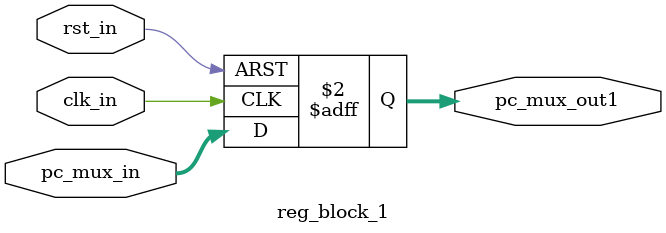
<source format=v>
module reg_block_1(
    input clk_in,
    input rst_in,
    input [31:0] pc_mux_in,
    output  reg [31:0] pc_mux_out1
    );
    
    //reg  mux_out;

    always @ (posedge clk_in or posedge rst_in)
    begin
     if(rst_in)
        pc_mux_out1 <= 32'b00;
     else
        pc_mux_out1 <= pc_mux_in;
    end

    //assign pc_mux_out1 = mux_out;

endmodule
</source>
